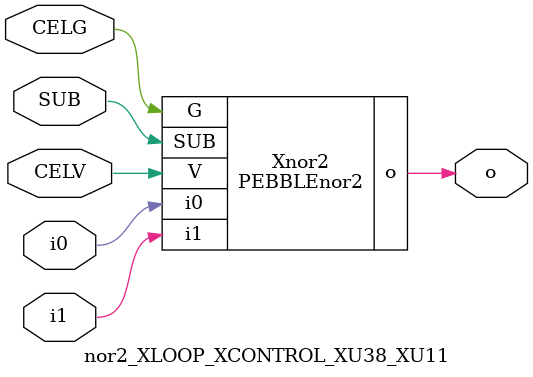
<source format=v>



module PEBBLEnor2 ( o, G, SUB, V, i0, i1 );

  input i0;
  input V;
  input i1;
  input G;
  output o;
  input SUB;
endmodule

//Celera Confidential Do Not Copy nor2_XLOOP_XCONTROL_XU38_XU11
//Celera Confidential Symbol Generator
//nor2
module nor2_XLOOP_XCONTROL_XU38_XU11 (CELV,CELG,i0,i1,o,SUB);
input CELV;
input CELG;
input i0;
input i1;
input SUB;
output o;

//Celera Confidential Do Not Copy nor2
PEBBLEnor2 Xnor2(
.V (CELV),
.i0 (i0),
.i1 (i1),
.o (o),
.SUB (SUB),
.G (CELG)
);
//,diesize,PEBBLEnor2

//Celera Confidential Do Not Copy Module End
//Celera Schematic Generator
endmodule

</source>
